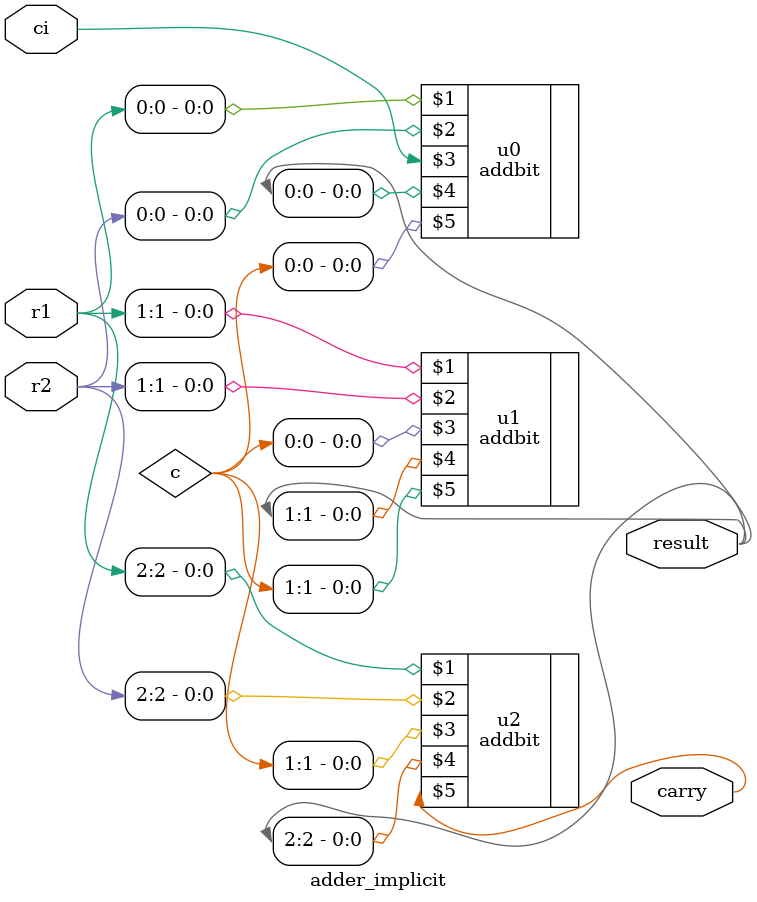
<source format=v>
`include "addbit.v"

module adder_implicit( result, carry, r1, r2, ci );

// Input port declarations
input [3:0] r1;
input [3:0] r2;
input ci;

// Output port declaration
output [3:0] result;
output carry;

// Port wires
wire [3:0] r1;
wire [3:0] r2;
wire ci;
wire [3:0] result;
wire carry;

// Internal variables
wire [1:0] c; 

addbit u0 ( r1[0], r2[0], ci, result[0], c[0] );
addbit u1 ( r1[1], r2[1], c[0], result[1], c[1] );
addbit u2 ( r1[2], r2[2], c[1], result[2], carry );

endmodule

</source>
